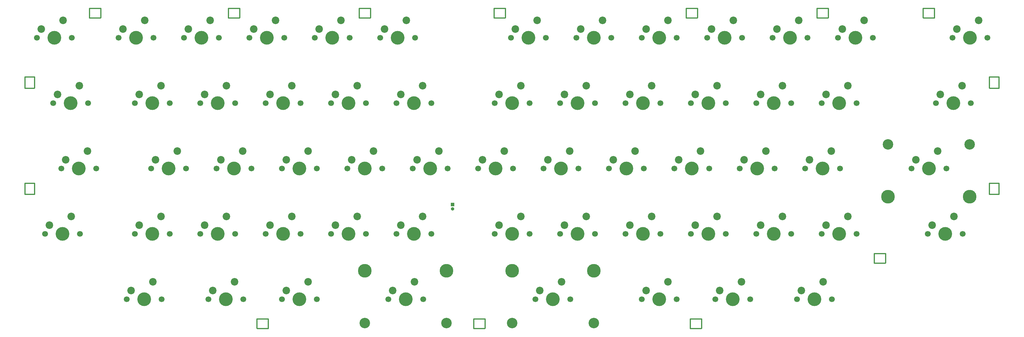
<source format=gbr>
%TF.GenerationSoftware,KiCad,Pcbnew,(7.0.0)*%
%TF.CreationDate,2023-06-17T11:14:13+09:00*%
%TF.ProjectId,Cr0wn60,43723077-6e36-4302-9e6b-696361645f70,rev?*%
%TF.SameCoordinates,Original*%
%TF.FileFunction,Soldermask,Top*%
%TF.FilePolarity,Negative*%
%FSLAX46Y46*%
G04 Gerber Fmt 4.6, Leading zero omitted, Abs format (unit mm)*
G04 Created by KiCad (PCBNEW (7.0.0)) date 2023-06-17 11:14:13*
%MOMM*%
%LPD*%
G01*
G04 APERTURE LIST*
%ADD10C,1.700000*%
%ADD11C,4.000000*%
%ADD12C,2.200000*%
%ADD13C,3.048000*%
%ADD14C,3.987800*%
%ADD15O,3.098000X0.298000*%
%ADD16O,0.298000X3.598000*%
%ADD17O,0.298000X3.098000*%
%ADD18O,3.598000X0.298000*%
%ADD19R,1.000000X1.000000*%
%ADD20O,1.000000X1.000000*%
G04 APERTURE END LIST*
D10*
%TO.C,SW23*%
X37782500Y-19050000D03*
D11*
X42862500Y-19050000D03*
D10*
X47942500Y-19050000D03*
D12*
X39052500Y-16510000D03*
X45402500Y-13970000D03*
%TD*%
D10*
%TO.C,SW37*%
X252095000Y-19050000D03*
D11*
X257175000Y-19050000D03*
D10*
X262255000Y-19050000D03*
D12*
X253365000Y-16510000D03*
X259715000Y-13970000D03*
%TD*%
D10*
%TO.C,SW56*%
X213995000Y-38100000D03*
D11*
X219075000Y-38100000D03*
D10*
X224155000Y-38100000D03*
D12*
X215265000Y-35560000D03*
X221615000Y-33020000D03*
%TD*%
D10*
%TO.C,SW45*%
X80645000Y-38100000D03*
D11*
X85725000Y-38100000D03*
D10*
X90805000Y-38100000D03*
D12*
X81915000Y-35560000D03*
X88265000Y-33020000D03*
%TD*%
D10*
%TO.C,SW3*%
X33020000Y0D03*
D11*
X38100000Y0D03*
D10*
X43180000Y0D03*
D12*
X34290000Y2540000D03*
X40640000Y5080000D03*
%TD*%
D10*
%TO.C,SW57*%
X244951250Y-38100000D03*
D11*
X250031250Y-38100000D03*
D10*
X255111250Y-38100000D03*
D12*
X246221250Y-35560000D03*
X252571250Y-33020000D03*
%TD*%
D10*
%TO.C,SW62*%
X37782500Y-57150000D03*
D11*
X42862500Y-57150000D03*
D10*
X47942500Y-57150000D03*
D12*
X39052500Y-54610000D03*
X45402500Y-52070000D03*
%TD*%
D10*
%TO.C,SW81*%
X40163750Y-76200000D03*
D11*
X45243750Y-76200000D03*
D10*
X50323750Y-76200000D03*
D12*
X41433750Y-73660000D03*
X47783750Y-71120000D03*
%TD*%
D10*
%TO.C,SW16*%
X223520000Y0D03*
D11*
X228600000Y0D03*
D10*
X233680000Y0D03*
D12*
X224790000Y2540000D03*
X231140000Y5080000D03*
%TD*%
D10*
%TO.C,SW30*%
X123507500Y-19050000D03*
D11*
X128587500Y-19050000D03*
D10*
X133667500Y-19050000D03*
D12*
X124777500Y-16510000D03*
X131127500Y-13970000D03*
%TD*%
D10*
%TO.C,SW85*%
X166370000Y-76200000D03*
D11*
X171450000Y-76200000D03*
D10*
X176530000Y-76200000D03*
D12*
X167640000Y-73660000D03*
X173990000Y-71120000D03*
%TD*%
D10*
%TO.C,SW13*%
X166370000Y0D03*
D11*
X171450000Y0D03*
D10*
X176530000Y0D03*
D12*
X167640000Y2540000D03*
X173990000Y5080000D03*
%TD*%
D10*
%TO.C,SW70*%
X123507500Y-57150000D03*
D11*
X128587500Y-57150000D03*
D10*
X133667500Y-57150000D03*
D12*
X124777500Y-54610000D03*
X131127500Y-52070000D03*
%TD*%
D13*
%TO.C,REF\u002A\u002A*%
X109531250Y-83185000D03*
D14*
X109531250Y-67945000D03*
D13*
X85731250Y-83185000D03*
D14*
X85731250Y-67945000D03*
%TD*%
D10*
%TO.C,SW73*%
X180657500Y-57150000D03*
D11*
X185737500Y-57150000D03*
D10*
X190817500Y-57150000D03*
D12*
X181927500Y-54610000D03*
X188277500Y-52070000D03*
%TD*%
D10*
%TO.C,SW14*%
X185420000Y0D03*
D11*
X190500000Y0D03*
D10*
X195580000Y0D03*
D12*
X186690000Y2540000D03*
X193040000Y5080000D03*
%TD*%
D10*
%TO.C,SW36*%
X218757500Y-19050000D03*
D11*
X223837500Y-19050000D03*
D10*
X228917500Y-19050000D03*
D12*
X220027500Y-16510000D03*
X226377500Y-13970000D03*
%TD*%
D10*
%TO.C,SW75*%
X218757500Y-57150000D03*
D11*
X223837500Y-57150000D03*
D10*
X228917500Y-57150000D03*
D12*
X220027500Y-54610000D03*
X226377500Y-52070000D03*
%TD*%
D10*
%TO.C,SW32*%
X161607500Y-19050000D03*
D11*
X166687500Y-19050000D03*
D10*
X171767500Y-19050000D03*
D12*
X162877500Y-16510000D03*
X169227500Y-13970000D03*
%TD*%
D10*
%TO.C,SW34*%
X180657500Y-19050000D03*
D11*
X185737500Y-19050000D03*
D10*
X190817500Y-19050000D03*
D12*
X181927500Y-16510000D03*
X188277500Y-13970000D03*
%TD*%
D10*
%TO.C,SW71*%
X142557500Y-57150000D03*
D11*
X147637500Y-57150000D03*
D10*
X152717500Y-57150000D03*
D12*
X143827500Y-54610000D03*
X150177500Y-52070000D03*
%TD*%
D10*
%TO.C,SW1*%
X-9842500Y0D03*
D11*
X-4762500Y0D03*
D10*
X317500Y0D03*
D12*
X-8572500Y2540000D03*
X-2222500Y5080000D03*
%TD*%
D10*
%TO.C,SW72*%
X161607500Y-57150000D03*
D11*
X166687500Y-57150000D03*
D10*
X171767500Y-57150000D03*
D12*
X162877500Y-54610000D03*
X169227500Y-52070000D03*
%TD*%
D10*
%TO.C,SW82*%
X61595000Y-76200000D03*
D11*
X66675000Y-76200000D03*
D10*
X71755000Y-76200000D03*
D12*
X62865000Y-73660000D03*
X69215000Y-71120000D03*
%TD*%
D13*
%TO.C,REF\u002A\u002A*%
X238131250Y-31115000D03*
D14*
X238131250Y-46355000D03*
D13*
X261931250Y-31115000D03*
D14*
X261931250Y-46355000D03*
%TD*%
D10*
%TO.C,SW42*%
X42545000Y-38100000D03*
D11*
X47625000Y-38100000D03*
D10*
X52705000Y-38100000D03*
D12*
X43815000Y-35560000D03*
X50165000Y-33020000D03*
%TD*%
D10*
%TO.C,SW87*%
X211613750Y-76200000D03*
D11*
X216693750Y-76200000D03*
D10*
X221773750Y-76200000D03*
D12*
X212883750Y-73660000D03*
X219233750Y-71120000D03*
%TD*%
D10*
%TO.C,SW63*%
X56832500Y-57150000D03*
D11*
X61912500Y-57150000D03*
D10*
X66992500Y-57150000D03*
D12*
X58102500Y-54610000D03*
X64452500Y-52070000D03*
%TD*%
D10*
%TO.C,SW46*%
X99695000Y-38100000D03*
D11*
X104775000Y-38100000D03*
D10*
X109855000Y-38100000D03*
D12*
X100965000Y-35560000D03*
X107315000Y-33020000D03*
%TD*%
D10*
%TO.C,SW41*%
X23495000Y-38100000D03*
D11*
X28575000Y-38100000D03*
D10*
X33655000Y-38100000D03*
D12*
X24765000Y-35560000D03*
X31115000Y-33020000D03*
%TD*%
D10*
%TO.C,SW12*%
X147320000Y0D03*
D11*
X152400000Y0D03*
D10*
X157480000Y0D03*
D12*
X148590000Y2540000D03*
X154940000Y5080000D03*
%TD*%
D10*
%TO.C,SW54*%
X194945000Y-38100000D03*
D11*
X200025000Y-38100000D03*
D10*
X205105000Y-38100000D03*
D12*
X196215000Y-35560000D03*
X202565000Y-33020000D03*
%TD*%
D13*
%TO.C,REF\u002A\u002A*%
X152393750Y-83185000D03*
D14*
X152393750Y-67945000D03*
D13*
X128593750Y-83185000D03*
D14*
X128593750Y-67945000D03*
%TD*%
D10*
%TO.C,SW24*%
X56832500Y-19050000D03*
D11*
X61912500Y-19050000D03*
D10*
X66992500Y-19050000D03*
D12*
X58102500Y-16510000D03*
X64452500Y-13970000D03*
%TD*%
D10*
%TO.C,SW65*%
X94932500Y-57150000D03*
D11*
X100012500Y-57150000D03*
D10*
X105092500Y-57150000D03*
D12*
X96202500Y-54610000D03*
X102552500Y-52070000D03*
%TD*%
D10*
%TO.C,SW51*%
X137795000Y-38100000D03*
D11*
X142875000Y-38100000D03*
D10*
X147955000Y-38100000D03*
D12*
X139065000Y-35560000D03*
X145415000Y-33020000D03*
%TD*%
D10*
%TO.C,SW2*%
X13970000Y0D03*
D11*
X19050000Y0D03*
D10*
X24130000Y0D03*
D12*
X15240000Y2540000D03*
X21590000Y5080000D03*
%TD*%
D10*
%TO.C,SW17*%
X256857500Y0D03*
D11*
X261937500Y0D03*
D10*
X267017500Y0D03*
D12*
X258127500Y2540000D03*
X264477500Y5080000D03*
%TD*%
D10*
%TO.C,SW84*%
X135413750Y-76200000D03*
D11*
X140493750Y-76200000D03*
D10*
X145573750Y-76200000D03*
D12*
X136683750Y-73660000D03*
X143033750Y-71120000D03*
%TD*%
D10*
%TO.C,SW43*%
X61595000Y-38100000D03*
D11*
X66675000Y-38100000D03*
D10*
X71755000Y-38100000D03*
D12*
X62865000Y-35560000D03*
X69215000Y-33020000D03*
%TD*%
D10*
%TO.C,SW86*%
X187801250Y-76200000D03*
D11*
X192881250Y-76200000D03*
D10*
X197961250Y-76200000D03*
D12*
X189071250Y-73660000D03*
X195421250Y-71120000D03*
%TD*%
D10*
%TO.C,SW26*%
X94932500Y-19050000D03*
D11*
X100012500Y-19050000D03*
D10*
X105092500Y-19050000D03*
D12*
X96202500Y-16510000D03*
X102552500Y-13970000D03*
%TD*%
D10*
%TO.C,SW61*%
X18732500Y-57150000D03*
D11*
X23812500Y-57150000D03*
D10*
X28892500Y-57150000D03*
D12*
X20002500Y-54610000D03*
X26352500Y-52070000D03*
%TD*%
D10*
%TO.C,SW52*%
X156845000Y-38100000D03*
D11*
X161925000Y-38100000D03*
D10*
X167005000Y-38100000D03*
D12*
X158115000Y-35560000D03*
X164465000Y-33020000D03*
%TD*%
D10*
%TO.C,SW25*%
X75882500Y-19050000D03*
D11*
X80962500Y-19050000D03*
D10*
X86042500Y-19050000D03*
D12*
X77152500Y-16510000D03*
X83502500Y-13970000D03*
%TD*%
D10*
%TO.C,SW4*%
X52070000Y0D03*
D11*
X57150000Y0D03*
D10*
X62230000Y0D03*
D12*
X53340000Y2540000D03*
X59690000Y5080000D03*
%TD*%
D10*
%TO.C,SW21*%
X18732500Y-19050000D03*
D11*
X23812500Y-19050000D03*
D10*
X28892500Y-19050000D03*
D12*
X20002500Y-16510000D03*
X26352500Y-13970000D03*
%TD*%
D10*
%TO.C,SW60*%
X-7461250Y-57150000D03*
D11*
X-2381250Y-57150000D03*
D10*
X2698750Y-57150000D03*
D12*
X-6191250Y-54610000D03*
X158750Y-52070000D03*
%TD*%
D10*
%TO.C,SW6*%
X90170000Y0D03*
D11*
X95250000Y0D03*
D10*
X100330000Y0D03*
D12*
X91440000Y2540000D03*
X97790000Y5080000D03*
%TD*%
D10*
%TO.C,SW20*%
X-5080000Y-19050000D03*
D11*
X0Y-19050000D03*
D10*
X5080000Y-19050000D03*
D12*
X-3810000Y-16510000D03*
X2540000Y-13970000D03*
%TD*%
D10*
%TO.C,SW40*%
X-2698750Y-38100000D03*
D11*
X2381250Y-38100000D03*
D10*
X7461250Y-38100000D03*
D12*
X-1428750Y-35560000D03*
X4921250Y-33020000D03*
%TD*%
D10*
%TO.C,SW50*%
X118745000Y-38100000D03*
D11*
X123825000Y-38100000D03*
D10*
X128905000Y-38100000D03*
D12*
X120015000Y-35560000D03*
X126365000Y-33020000D03*
%TD*%
D10*
%TO.C,SW5*%
X71120000Y0D03*
D11*
X76200000Y0D03*
D10*
X81280000Y0D03*
D12*
X72390000Y2540000D03*
X78740000Y5080000D03*
%TD*%
D10*
%TO.C,SW74*%
X199707500Y-57150000D03*
D11*
X204787500Y-57150000D03*
D10*
X209867500Y-57150000D03*
D12*
X200977500Y-54610000D03*
X207327500Y-52070000D03*
%TD*%
D10*
%TO.C,SW76*%
X249713750Y-57150000D03*
D11*
X254793750Y-57150000D03*
D10*
X259873750Y-57150000D03*
D12*
X250983750Y-54610000D03*
X257333750Y-52070000D03*
%TD*%
D10*
%TO.C,SW53*%
X175895000Y-38100000D03*
D11*
X180975000Y-38100000D03*
D10*
X186055000Y-38100000D03*
D12*
X177165000Y-35560000D03*
X183515000Y-33020000D03*
%TD*%
D10*
%TO.C,SW35*%
X199707500Y-19050000D03*
D11*
X204787500Y-19050000D03*
D10*
X209867500Y-19050000D03*
D12*
X200977500Y-16510000D03*
X207327500Y-13970000D03*
%TD*%
D10*
%TO.C,SW80*%
X16351250Y-76200000D03*
D11*
X21431250Y-76200000D03*
D10*
X26511250Y-76200000D03*
D12*
X17621250Y-73660000D03*
X23971250Y-71120000D03*
%TD*%
D10*
%TO.C,SW83*%
X92551250Y-76200000D03*
D11*
X97631250Y-76200000D03*
D10*
X102711250Y-76200000D03*
D12*
X93821250Y-73660000D03*
X100171250Y-71120000D03*
%TD*%
D10*
%TO.C,SW10*%
X128270000Y0D03*
D11*
X133350000Y0D03*
D10*
X138430000Y0D03*
D12*
X129540000Y2540000D03*
X135890000Y5080000D03*
%TD*%
D10*
%TO.C,SW31*%
X142557500Y-19050000D03*
D11*
X147637500Y-19050000D03*
D10*
X152717500Y-19050000D03*
D12*
X143827500Y-16510000D03*
X150177500Y-13970000D03*
%TD*%
D10*
%TO.C,SW64*%
X75882500Y-57150000D03*
D11*
X80962500Y-57150000D03*
D10*
X86042500Y-57150000D03*
D12*
X77152500Y-54610000D03*
X83502500Y-52070000D03*
%TD*%
D10*
%TO.C,SW15*%
X204470000Y0D03*
D11*
X209550000Y0D03*
D10*
X214630000Y0D03*
D12*
X205740000Y2540000D03*
X212090000Y5080000D03*
%TD*%
D15*
%TO.C,LED11*%
X269081249Y-14746874D03*
D16*
X267681249Y-13096874D03*
X270481249Y-13096874D03*
D15*
X269081249Y-11446874D03*
%TD*%
D17*
%TO.C,LED2*%
X49274999Y7143749D03*
D18*
X47624999Y5743749D03*
X47624999Y8543749D03*
D17*
X45974999Y7143749D03*
%TD*%
%TO.C,LED3*%
X8793749Y7143749D03*
D18*
X7143749Y5743749D03*
X7143749Y8543749D03*
D17*
X5493749Y7143749D03*
%TD*%
%TO.C,LED12*%
X251681249Y7143749D03*
D18*
X250031249Y5743749D03*
X250031249Y8543749D03*
D17*
X248381249Y7143749D03*
%TD*%
%TO.C,LED13*%
X220724999Y7143749D03*
D18*
X219074999Y5743749D03*
X219074999Y8543749D03*
D17*
X217424999Y7143749D03*
%TD*%
%TO.C,LED7*%
X117412499Y-83343749D03*
D18*
X119062499Y-81943749D03*
X119062499Y-84743749D03*
D17*
X120712499Y-83343749D03*
%TD*%
%TO.C,LED14*%
X182624999Y7143749D03*
D18*
X180974999Y5743749D03*
X180974999Y8543749D03*
D17*
X179324999Y7143749D03*
%TD*%
%TO.C,LED8*%
X180515624Y-83343749D03*
D18*
X182165624Y-81943749D03*
X182165624Y-84743749D03*
D17*
X183815624Y-83343749D03*
%TD*%
D15*
%TO.C,LED5*%
X-11906249Y-42403124D03*
D16*
X-10506249Y-44053124D03*
X-13306249Y-44053124D03*
D15*
X-11906249Y-45703124D03*
%TD*%
D19*
%TO.C,J2*%
X111226999Y-48650999D03*
D20*
X111226999Y-49920999D03*
%TD*%
D17*
%TO.C,LED1*%
X87374999Y7143749D03*
D18*
X85724999Y5743749D03*
X85724999Y8543749D03*
D17*
X84074999Y7143749D03*
%TD*%
%TO.C,LED9*%
X234093749Y-64293749D03*
D18*
X235743749Y-62893749D03*
X235743749Y-65693749D03*
D17*
X237393749Y-64293749D03*
%TD*%
D15*
%TO.C,LED10*%
X269081249Y-45703124D03*
D16*
X267681249Y-44053124D03*
X270481249Y-44053124D03*
D15*
X269081249Y-42403124D03*
%TD*%
D17*
%TO.C,LED6*%
X54309374Y-83343749D03*
D18*
X55959374Y-81943749D03*
X55959374Y-84743749D03*
D17*
X57609374Y-83343749D03*
%TD*%
%TO.C,LED15*%
X126665624Y7143749D03*
D18*
X125015624Y5743749D03*
X125015624Y8543749D03*
D17*
X123365624Y7143749D03*
%TD*%
D15*
%TO.C,LED4*%
X-11906249Y-11446874D03*
D16*
X-10506249Y-13096874D03*
X-13306249Y-13096874D03*
D15*
X-11906249Y-14746874D03*
%TD*%
M02*

</source>
